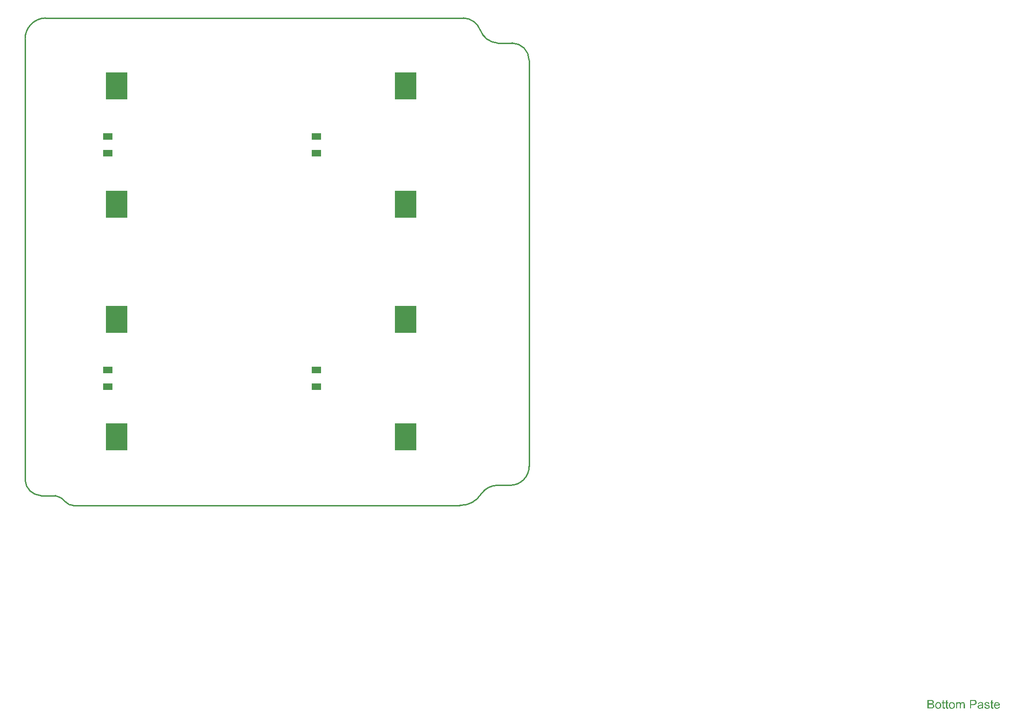
<source format=gbp>
G04*
G04 #@! TF.GenerationSoftware,Altium Limited,Altium Designer,18.1.7 (191)*
G04*
G04 Layer_Color=128*
%FSLAX25Y25*%
%MOIN*%
G70*
G01*
G75*
%ADD11C,0.01000*%
%ADD32R,0.07087X0.04528*%
%ADD33R,0.15748X0.19685*%
G36*
X673837Y-140876D02*
X673901D01*
X673965Y-140885D01*
X674120Y-140912D01*
X674284Y-140958D01*
X674457Y-141031D01*
X674630Y-141122D01*
X674775Y-141249D01*
X674794Y-141267D01*
X674830Y-141322D01*
X674894Y-141404D01*
X674921Y-141468D01*
X674958Y-141532D01*
X674994Y-141613D01*
X675021Y-141695D01*
X675058Y-141787D01*
X675085Y-141896D01*
X675103Y-142005D01*
X675122Y-142133D01*
X675140Y-142260D01*
Y-142406D01*
Y-145540D01*
X674365D01*
Y-142670D01*
Y-142661D01*
Y-142652D01*
Y-142597D01*
Y-142515D01*
X674356Y-142415D01*
X674347Y-142306D01*
X674338Y-142197D01*
X674320Y-142087D01*
X674293Y-142005D01*
Y-141996D01*
X674274Y-141969D01*
X674256Y-141932D01*
X674229Y-141887D01*
X674192Y-141832D01*
X674147Y-141778D01*
X674092Y-141723D01*
X674019Y-141668D01*
X674010Y-141659D01*
X673983Y-141650D01*
X673946Y-141632D01*
X673883Y-141604D01*
X673819Y-141577D01*
X673737Y-141559D01*
X673655Y-141550D01*
X673555Y-141541D01*
X673509D01*
X673473Y-141550D01*
X673382Y-141559D01*
X673272Y-141577D01*
X673145Y-141623D01*
X673008Y-141677D01*
X672871Y-141759D01*
X672744Y-141869D01*
X672735Y-141887D01*
X672698Y-141932D01*
X672644Y-142005D01*
X672589Y-142115D01*
X672525Y-142260D01*
X672480Y-142433D01*
X672443Y-142643D01*
X672425Y-142889D01*
Y-145540D01*
X671651D01*
Y-142579D01*
Y-142570D01*
Y-142552D01*
Y-142534D01*
Y-142497D01*
X671642Y-142397D01*
X671623Y-142288D01*
X671605Y-142160D01*
X671569Y-142033D01*
X671523Y-141914D01*
X671459Y-141805D01*
X671450Y-141796D01*
X671423Y-141759D01*
X671377Y-141723D01*
X671314Y-141668D01*
X671232Y-141623D01*
X671122Y-141577D01*
X670995Y-141550D01*
X670840Y-141541D01*
X670785D01*
X670721Y-141550D01*
X670649Y-141559D01*
X670557Y-141586D01*
X670448Y-141613D01*
X670348Y-141659D01*
X670239Y-141714D01*
X670229Y-141723D01*
X670193Y-141750D01*
X670148Y-141787D01*
X670084Y-141841D01*
X670020Y-141914D01*
X669956Y-142005D01*
X669892Y-142105D01*
X669838Y-142224D01*
X669829Y-142242D01*
X669820Y-142288D01*
X669801Y-142360D01*
X669774Y-142461D01*
X669747Y-142597D01*
X669729Y-142761D01*
X669719Y-142953D01*
X669710Y-143171D01*
Y-145540D01*
X668936D01*
Y-140967D01*
X669628D01*
Y-141623D01*
X669637Y-141604D01*
X669665Y-141568D01*
X669719Y-141504D01*
X669783Y-141431D01*
X669865Y-141340D01*
X669965Y-141249D01*
X670075Y-141158D01*
X670202Y-141076D01*
X670220Y-141067D01*
X670266Y-141040D01*
X670339Y-141012D01*
X670439Y-140967D01*
X670557Y-140930D01*
X670694Y-140903D01*
X670849Y-140876D01*
X671013Y-140866D01*
X671095D01*
X671195Y-140876D01*
X671305Y-140894D01*
X671441Y-140921D01*
X671578Y-140958D01*
X671714Y-141012D01*
X671842Y-141085D01*
X671860Y-141094D01*
X671897Y-141122D01*
X671951Y-141167D01*
X672024Y-141240D01*
X672097Y-141322D01*
X672179Y-141422D01*
X672252Y-141541D01*
X672307Y-141677D01*
X672316Y-141668D01*
X672334Y-141641D01*
X672361Y-141604D01*
X672407Y-141550D01*
X672462Y-141486D01*
X672525Y-141422D01*
X672598Y-141349D01*
X672689Y-141267D01*
X672789Y-141194D01*
X672890Y-141122D01*
X673008Y-141058D01*
X673136Y-140994D01*
X673272Y-140939D01*
X673418Y-140903D01*
X673564Y-140876D01*
X673728Y-140866D01*
X673792D01*
X673837Y-140876D01*
D02*
G37*
G36*
X691201D02*
X691337Y-140885D01*
X691483Y-140903D01*
X691638Y-140939D01*
X691802Y-140976D01*
X691957Y-141031D01*
X691966D01*
X691975Y-141040D01*
X692021Y-141058D01*
X692094Y-141094D01*
X692185Y-141140D01*
X692285Y-141204D01*
X692385Y-141276D01*
X692476Y-141358D01*
X692558Y-141449D01*
X692567Y-141459D01*
X692586Y-141495D01*
X692622Y-141559D01*
X692667Y-141632D01*
X692713Y-141741D01*
X692759Y-141859D01*
X692795Y-141996D01*
X692831Y-142151D01*
X692075Y-142251D01*
Y-142233D01*
X692066Y-142197D01*
X692048Y-142133D01*
X692021Y-142051D01*
X691975Y-141969D01*
X691920Y-141878D01*
X691857Y-141787D01*
X691765Y-141705D01*
X691756Y-141695D01*
X691720Y-141677D01*
X691665Y-141641D01*
X691583Y-141604D01*
X691492Y-141568D01*
X691374Y-141532D01*
X691228Y-141513D01*
X691073Y-141504D01*
X690982D01*
X690891Y-141513D01*
X690773Y-141522D01*
X690654Y-141550D01*
X690527Y-141577D01*
X690408Y-141623D01*
X690308Y-141686D01*
X690299Y-141695D01*
X690272Y-141714D01*
X690235Y-141750D01*
X690199Y-141805D01*
X690153Y-141859D01*
X690117Y-141932D01*
X690089Y-142014D01*
X690080Y-142096D01*
Y-142105D01*
Y-142124D01*
X690089Y-142151D01*
Y-142187D01*
X690117Y-142279D01*
X690171Y-142370D01*
X690180Y-142379D01*
X690190Y-142388D01*
X690208Y-142415D01*
X690244Y-142443D01*
X690281Y-142470D01*
X690335Y-142506D01*
X690399Y-142534D01*
X690472Y-142570D01*
X690481D01*
X690499Y-142579D01*
X690536Y-142588D01*
X690599Y-142616D01*
X690691Y-142643D01*
X690809Y-142670D01*
X690882Y-142698D01*
X690964Y-142716D01*
X691055Y-142743D01*
X691155Y-142771D01*
X691164D01*
X691192Y-142780D01*
X691237Y-142789D01*
X691292Y-142807D01*
X691356Y-142825D01*
X691438Y-142843D01*
X691611Y-142898D01*
X691802Y-142953D01*
X691993Y-143017D01*
X692166Y-143080D01*
X692239Y-143107D01*
X692303Y-143135D01*
X692321Y-143144D01*
X692358Y-143162D01*
X692412Y-143190D01*
X692494Y-143235D01*
X692576Y-143290D01*
X692658Y-143363D01*
X692740Y-143445D01*
X692813Y-143536D01*
X692822Y-143545D01*
X692840Y-143581D01*
X692877Y-143636D01*
X692913Y-143718D01*
X692941Y-143818D01*
X692977Y-143927D01*
X692995Y-144055D01*
X693005Y-144201D01*
Y-144219D01*
Y-144264D01*
X692995Y-144337D01*
X692977Y-144438D01*
X692950Y-144547D01*
X692904Y-144665D01*
X692850Y-144802D01*
X692777Y-144930D01*
X692768Y-144948D01*
X692731Y-144984D01*
X692686Y-145048D01*
X692613Y-145121D01*
X692513Y-145203D01*
X692403Y-145294D01*
X692276Y-145376D01*
X692121Y-145458D01*
X692112D01*
X692103Y-145467D01*
X692048Y-145485D01*
X691957Y-145513D01*
X691838Y-145549D01*
X691693Y-145586D01*
X691529Y-145613D01*
X691356Y-145631D01*
X691155Y-145640D01*
X691073D01*
X691009Y-145631D01*
X690937D01*
X690845Y-145622D01*
X690754Y-145613D01*
X690654Y-145595D01*
X690436Y-145549D01*
X690208Y-145485D01*
X689989Y-145394D01*
X689889Y-145340D01*
X689798Y-145276D01*
X689789Y-145267D01*
X689780Y-145257D01*
X689725Y-145203D01*
X689643Y-145121D01*
X689552Y-144993D01*
X689452Y-144838D01*
X689351Y-144656D01*
X689269Y-144429D01*
X689206Y-144173D01*
X689971Y-144055D01*
Y-144064D01*
Y-144073D01*
X689989Y-144128D01*
X690007Y-144219D01*
X690044Y-144319D01*
X690089Y-144429D01*
X690144Y-144547D01*
X690226Y-144665D01*
X690326Y-144766D01*
X690344Y-144775D01*
X690381Y-144802D01*
X690454Y-144838D01*
X690545Y-144884D01*
X690663Y-144930D01*
X690800Y-144966D01*
X690964Y-144993D01*
X691155Y-145002D01*
X691246D01*
X691337Y-144993D01*
X691456Y-144975D01*
X691583Y-144948D01*
X691720Y-144911D01*
X691838Y-144866D01*
X691948Y-144793D01*
X691957Y-144784D01*
X691993Y-144756D01*
X692030Y-144711D01*
X692084Y-144647D01*
X692130Y-144574D01*
X692175Y-144483D01*
X692203Y-144392D01*
X692212Y-144283D01*
Y-144274D01*
Y-144237D01*
X692203Y-144192D01*
X692185Y-144128D01*
X692157Y-144064D01*
X692112Y-144000D01*
X692057Y-143927D01*
X691975Y-143873D01*
X691966Y-143864D01*
X691939Y-143855D01*
X691893Y-143827D01*
X691820Y-143800D01*
X691711Y-143763D01*
X691647Y-143736D01*
X691574Y-143718D01*
X691492Y-143691D01*
X691401Y-143663D01*
X691301Y-143636D01*
X691183Y-143609D01*
X691173D01*
X691146Y-143599D01*
X691101Y-143590D01*
X691046Y-143572D01*
X690973Y-143554D01*
X690891Y-143527D01*
X690718Y-143481D01*
X690518Y-143417D01*
X690326Y-143363D01*
X690144Y-143299D01*
X690062Y-143262D01*
X689998Y-143235D01*
X689980Y-143226D01*
X689944Y-143208D01*
X689889Y-143171D01*
X689816Y-143126D01*
X689734Y-143062D01*
X689652Y-142989D01*
X689570Y-142907D01*
X689497Y-142807D01*
X689488Y-142798D01*
X689470Y-142761D01*
X689442Y-142698D01*
X689415Y-142625D01*
X689388Y-142534D01*
X689361Y-142424D01*
X689342Y-142315D01*
X689333Y-142187D01*
Y-142169D01*
Y-142133D01*
X689342Y-142078D01*
X689351Y-141996D01*
X689370Y-141914D01*
X689388Y-141814D01*
X689424Y-141723D01*
X689470Y-141623D01*
X689479Y-141613D01*
X689497Y-141577D01*
X689525Y-141532D01*
X689570Y-141468D01*
X689625Y-141404D01*
X689688Y-141322D01*
X689761Y-141249D01*
X689853Y-141185D01*
X689862Y-141176D01*
X689889Y-141167D01*
X689925Y-141140D01*
X689980Y-141112D01*
X690053Y-141076D01*
X690135Y-141040D01*
X690235Y-141003D01*
X690344Y-140967D01*
X690363Y-140958D01*
X690399Y-140948D01*
X690463Y-140930D01*
X690545Y-140912D01*
X690645Y-140894D01*
X690754Y-140885D01*
X690882Y-140866D01*
X691101D01*
X691201Y-140876D01*
D02*
G37*
G36*
X686746D02*
X686883Y-140885D01*
X687038Y-140903D01*
X687192Y-140930D01*
X687347Y-140967D01*
X687493Y-141012D01*
X687511Y-141021D01*
X687557Y-141040D01*
X687620Y-141067D01*
X687703Y-141103D01*
X687794Y-141158D01*
X687885Y-141213D01*
X687967Y-141286D01*
X688040Y-141358D01*
X688049Y-141367D01*
X688067Y-141395D01*
X688094Y-141440D01*
X688131Y-141495D01*
X688176Y-141577D01*
X688213Y-141659D01*
X688249Y-141759D01*
X688276Y-141878D01*
Y-141887D01*
X688285Y-141914D01*
X688295Y-141969D01*
X688304Y-142042D01*
Y-142142D01*
X688313Y-142260D01*
X688322Y-142415D01*
Y-142588D01*
Y-143627D01*
Y-143636D01*
Y-143672D01*
Y-143727D01*
Y-143800D01*
Y-143882D01*
Y-143982D01*
X688331Y-144201D01*
Y-144429D01*
X688340Y-144656D01*
X688349Y-144756D01*
Y-144848D01*
X688358Y-144930D01*
X688368Y-144993D01*
Y-145002D01*
X688377Y-145039D01*
X688386Y-145094D01*
X688413Y-145166D01*
X688431Y-145248D01*
X688468Y-145340D01*
X688513Y-145440D01*
X688559Y-145540D01*
X687748D01*
X687739Y-145531D01*
X687730Y-145494D01*
X687712Y-145449D01*
X687684Y-145376D01*
X687657Y-145294D01*
X687639Y-145194D01*
X687620Y-145084D01*
X687602Y-144966D01*
X687593D01*
X687584Y-144984D01*
X687529Y-145030D01*
X687447Y-145094D01*
X687338Y-145176D01*
X687201Y-145257D01*
X687065Y-145349D01*
X686919Y-145431D01*
X686764Y-145494D01*
X686746Y-145503D01*
X686691Y-145513D01*
X686609Y-145540D01*
X686509Y-145567D01*
X686381Y-145595D01*
X686236Y-145613D01*
X686072Y-145631D01*
X685908Y-145640D01*
X685835D01*
X685780Y-145631D01*
X685716D01*
X685644Y-145622D01*
X685480Y-145595D01*
X685297Y-145549D01*
X685097Y-145485D01*
X684915Y-145394D01*
X684751Y-145276D01*
X684733Y-145257D01*
X684687Y-145212D01*
X684623Y-145130D01*
X684550Y-145021D01*
X684478Y-144884D01*
X684414Y-144729D01*
X684368Y-144538D01*
X684359Y-144447D01*
X684350Y-144337D01*
Y-144319D01*
Y-144283D01*
X684359Y-144219D01*
X684368Y-144137D01*
X684386Y-144037D01*
X684414Y-143937D01*
X684450Y-143827D01*
X684496Y-143727D01*
X684505Y-143718D01*
X684523Y-143682D01*
X684559Y-143627D01*
X684605Y-143563D01*
X684660Y-143490D01*
X684733Y-143417D01*
X684805Y-143344D01*
X684897Y-143281D01*
X684906Y-143272D01*
X684942Y-143253D01*
X684988Y-143217D01*
X685061Y-143180D01*
X685143Y-143144D01*
X685243Y-143098D01*
X685343Y-143062D01*
X685461Y-143026D01*
X685470D01*
X685507Y-143017D01*
X685562Y-142998D01*
X685635Y-142989D01*
X685726Y-142971D01*
X685844Y-142953D01*
X685981Y-142925D01*
X686145Y-142907D01*
X686154D01*
X686190Y-142898D01*
X686236D01*
X686300Y-142889D01*
X686372Y-142880D01*
X686463Y-142862D01*
X686564Y-142852D01*
X686673Y-142834D01*
X686892Y-142789D01*
X687129Y-142743D01*
X687338Y-142689D01*
X687438Y-142661D01*
X687529Y-142634D01*
Y-142625D01*
Y-142606D01*
X687538Y-142552D01*
Y-142488D01*
Y-142452D01*
Y-142433D01*
Y-142424D01*
Y-142415D01*
Y-142360D01*
X687529Y-142269D01*
X687511Y-142169D01*
X687484Y-142060D01*
X687438Y-141951D01*
X687384Y-141850D01*
X687311Y-141768D01*
X687302Y-141759D01*
X687256Y-141723D01*
X687183Y-141686D01*
X687092Y-141632D01*
X686965Y-141586D01*
X686819Y-141541D01*
X686637Y-141513D01*
X686427Y-141504D01*
X686336D01*
X686245Y-141513D01*
X686117Y-141532D01*
X685990Y-141550D01*
X685853Y-141586D01*
X685726Y-141632D01*
X685616Y-141695D01*
X685607Y-141705D01*
X685571Y-141732D01*
X685525Y-141778D01*
X685470Y-141850D01*
X685416Y-141941D01*
X685352Y-142060D01*
X685297Y-142206D01*
X685243Y-142370D01*
X684487Y-142269D01*
Y-142260D01*
X684496Y-142251D01*
Y-142224D01*
X684505Y-142187D01*
X684532Y-142105D01*
X684569Y-141987D01*
X684614Y-141869D01*
X684669Y-141741D01*
X684742Y-141613D01*
X684824Y-141495D01*
X684833Y-141486D01*
X684869Y-141449D01*
X684924Y-141395D01*
X684997Y-141322D01*
X685097Y-141249D01*
X685216Y-141176D01*
X685352Y-141094D01*
X685507Y-141031D01*
X685516D01*
X685525Y-141021D01*
X685553Y-141012D01*
X685589Y-141003D01*
X685680Y-140976D01*
X685808Y-140948D01*
X685953Y-140921D01*
X686136Y-140894D01*
X686327Y-140876D01*
X686546Y-140866D01*
X686646D01*
X686746Y-140876D01*
D02*
G37*
G36*
X681562Y-139245D02*
X681717Y-139254D01*
X681881Y-139263D01*
X682036Y-139281D01*
X682173Y-139300D01*
X682191D01*
X682255Y-139318D01*
X682337Y-139336D01*
X682446Y-139363D01*
X682564Y-139409D01*
X682692Y-139464D01*
X682829Y-139527D01*
X682947Y-139600D01*
X682965Y-139609D01*
X683002Y-139637D01*
X683056Y-139691D01*
X683129Y-139755D01*
X683211Y-139837D01*
X683293Y-139946D01*
X683384Y-140065D01*
X683457Y-140201D01*
X683466Y-140220D01*
X683485Y-140265D01*
X683521Y-140347D01*
X683557Y-140456D01*
X683585Y-140584D01*
X683621Y-140730D01*
X683639Y-140894D01*
X683648Y-141067D01*
Y-141076D01*
Y-141103D01*
Y-141140D01*
X683639Y-141204D01*
X683630Y-141267D01*
X683621Y-141349D01*
X683603Y-141440D01*
X683585Y-141541D01*
X683521Y-141750D01*
X683485Y-141859D01*
X683430Y-141978D01*
X683366Y-142096D01*
X683302Y-142206D01*
X683220Y-142315D01*
X683129Y-142424D01*
X683120Y-142433D01*
X683102Y-142452D01*
X683075Y-142479D01*
X683029Y-142506D01*
X682974Y-142552D01*
X682901Y-142597D01*
X682810Y-142652D01*
X682710Y-142698D01*
X682592Y-142752D01*
X682455Y-142807D01*
X682309Y-142852D01*
X682136Y-142889D01*
X681954Y-142925D01*
X681754Y-142953D01*
X681526Y-142971D01*
X681289Y-142980D01*
X679677D01*
Y-145540D01*
X678838D01*
Y-139236D01*
X681426D01*
X681562Y-139245D01*
D02*
G37*
G36*
X650971D02*
X651044D01*
X651208Y-139263D01*
X651390Y-139281D01*
X651581Y-139318D01*
X651773Y-139363D01*
X651946Y-139427D01*
X651955D01*
X651964Y-139436D01*
X652019Y-139464D01*
X652101Y-139509D01*
X652192Y-139573D01*
X652301Y-139655D01*
X652420Y-139755D01*
X652529Y-139883D01*
X652629Y-140019D01*
X652638Y-140038D01*
X652665Y-140092D01*
X652711Y-140165D01*
X652757Y-140274D01*
X652802Y-140402D01*
X652848Y-140539D01*
X652875Y-140693D01*
X652884Y-140848D01*
Y-140866D01*
Y-140912D01*
X652875Y-140994D01*
X652857Y-141094D01*
X652829Y-141213D01*
X652784Y-141340D01*
X652729Y-141468D01*
X652656Y-141604D01*
X652647Y-141623D01*
X652620Y-141659D01*
X652565Y-141732D01*
X652492Y-141805D01*
X652401Y-141896D01*
X652292Y-141996D01*
X652155Y-142087D01*
X652000Y-142178D01*
X652009D01*
X652028Y-142187D01*
X652055Y-142197D01*
X652092Y-142215D01*
X652201Y-142251D01*
X652328Y-142315D01*
X652465Y-142397D01*
X652620Y-142497D01*
X652757Y-142616D01*
X652884Y-142761D01*
X652893Y-142780D01*
X652930Y-142834D01*
X652984Y-142916D01*
X653039Y-143026D01*
X653094Y-143171D01*
X653148Y-143326D01*
X653185Y-143508D01*
X653194Y-143709D01*
Y-143718D01*
Y-143727D01*
Y-143782D01*
X653185Y-143873D01*
X653166Y-143982D01*
X653148Y-144110D01*
X653112Y-144246D01*
X653066Y-144392D01*
X653003Y-144538D01*
X652993Y-144556D01*
X652966Y-144602D01*
X652930Y-144665D01*
X652875Y-144756D01*
X652802Y-144848D01*
X652729Y-144948D01*
X652638Y-145048D01*
X652538Y-145130D01*
X652529Y-145139D01*
X652492Y-145166D01*
X652429Y-145203D01*
X652347Y-145239D01*
X652246Y-145294D01*
X652128Y-145349D01*
X652000Y-145394D01*
X651846Y-145440D01*
X651827D01*
X651773Y-145458D01*
X651682Y-145467D01*
X651563Y-145485D01*
X651417Y-145503D01*
X651244Y-145522D01*
X651053Y-145531D01*
X650834Y-145540D01*
X648429D01*
Y-139236D01*
X650907D01*
X650971Y-139245D01*
D02*
G37*
G36*
X694827Y-140967D02*
X695610D01*
Y-141568D01*
X694827D01*
Y-144255D01*
Y-144274D01*
Y-144310D01*
Y-144365D01*
X694836Y-144429D01*
X694845Y-144574D01*
X694854Y-144638D01*
X694863Y-144684D01*
X694872Y-144702D01*
X694899Y-144738D01*
X694936Y-144784D01*
X695000Y-144829D01*
X695018Y-144838D01*
X695063Y-144857D01*
X695145Y-144875D01*
X695264Y-144884D01*
X695355D01*
X695400Y-144875D01*
X695464D01*
X695537Y-144866D01*
X695610Y-144857D01*
X695710Y-145540D01*
X695692D01*
X695655Y-145549D01*
X695592Y-145558D01*
X695510Y-145567D01*
X695419Y-145586D01*
X695319Y-145595D01*
X695118Y-145604D01*
X695045D01*
X694972Y-145595D01*
X694881Y-145586D01*
X694772Y-145576D01*
X694663Y-145549D01*
X694562Y-145522D01*
X694462Y-145476D01*
X694453Y-145467D01*
X694426Y-145449D01*
X694389Y-145422D01*
X694335Y-145376D01*
X694289Y-145330D01*
X694234Y-145267D01*
X694180Y-145203D01*
X694143Y-145121D01*
Y-145112D01*
X694125Y-145075D01*
X694116Y-145011D01*
X694098Y-144920D01*
X694079Y-144802D01*
X694070Y-144729D01*
Y-144647D01*
X694061Y-144547D01*
X694052Y-144447D01*
Y-144337D01*
Y-144210D01*
Y-141568D01*
X693478D01*
Y-140967D01*
X694052D01*
Y-139837D01*
X694827Y-139373D01*
Y-140967D01*
D02*
G37*
G36*
X662495D02*
X663279D01*
Y-141568D01*
X662495D01*
Y-144255D01*
Y-144274D01*
Y-144310D01*
Y-144365D01*
X662504Y-144429D01*
X662513Y-144574D01*
X662523Y-144638D01*
X662532Y-144684D01*
X662541Y-144702D01*
X662568Y-144738D01*
X662604Y-144784D01*
X662668Y-144829D01*
X662686Y-144838D01*
X662732Y-144857D01*
X662814Y-144875D01*
X662932Y-144884D01*
X663024D01*
X663069Y-144875D01*
X663133D01*
X663206Y-144866D01*
X663279Y-144857D01*
X663379Y-145540D01*
X663361D01*
X663324Y-145549D01*
X663260Y-145558D01*
X663178Y-145567D01*
X663087Y-145586D01*
X662987Y-145595D01*
X662787Y-145604D01*
X662714D01*
X662641Y-145595D01*
X662550Y-145586D01*
X662440Y-145576D01*
X662331Y-145549D01*
X662231Y-145522D01*
X662131Y-145476D01*
X662122Y-145467D01*
X662094Y-145449D01*
X662058Y-145422D01*
X662003Y-145376D01*
X661958Y-145330D01*
X661903Y-145267D01*
X661848Y-145203D01*
X661812Y-145121D01*
Y-145112D01*
X661794Y-145075D01*
X661785Y-145011D01*
X661766Y-144920D01*
X661748Y-144802D01*
X661739Y-144729D01*
Y-144647D01*
X661730Y-144547D01*
X661721Y-144447D01*
Y-144337D01*
Y-144210D01*
Y-141568D01*
X661147D01*
Y-140967D01*
X661721D01*
Y-139837D01*
X662495Y-139373D01*
Y-140967D01*
D02*
G37*
G36*
X660044D02*
X660828D01*
Y-141568D01*
X660044D01*
Y-144255D01*
Y-144274D01*
Y-144310D01*
Y-144365D01*
X660054Y-144429D01*
X660063Y-144574D01*
X660072Y-144638D01*
X660081Y-144684D01*
X660090Y-144702D01*
X660117Y-144738D01*
X660154Y-144784D01*
X660218Y-144829D01*
X660236Y-144838D01*
X660281Y-144857D01*
X660363Y-144875D01*
X660482Y-144884D01*
X660573D01*
X660618Y-144875D01*
X660682D01*
X660755Y-144866D01*
X660828Y-144857D01*
X660928Y-145540D01*
X660910D01*
X660874Y-145549D01*
X660810Y-145558D01*
X660728Y-145567D01*
X660637Y-145586D01*
X660536Y-145595D01*
X660336Y-145604D01*
X660263D01*
X660190Y-145595D01*
X660099Y-145586D01*
X659990Y-145576D01*
X659881Y-145549D01*
X659780Y-145522D01*
X659680Y-145476D01*
X659671Y-145467D01*
X659644Y-145449D01*
X659607Y-145422D01*
X659553Y-145376D01*
X659507Y-145330D01*
X659452Y-145267D01*
X659398Y-145203D01*
X659361Y-145121D01*
Y-145112D01*
X659343Y-145075D01*
X659334Y-145011D01*
X659316Y-144920D01*
X659298Y-144802D01*
X659288Y-144729D01*
Y-144647D01*
X659279Y-144547D01*
X659270Y-144447D01*
Y-144337D01*
Y-144210D01*
Y-141568D01*
X658696D01*
Y-140967D01*
X659270D01*
Y-139837D01*
X660044Y-139373D01*
Y-140967D01*
D02*
G37*
G36*
X698398Y-140876D02*
X698470Y-140885D01*
X698562Y-140903D01*
X698662Y-140921D01*
X698780Y-140948D01*
X698890Y-140976D01*
X699017Y-141021D01*
X699135Y-141067D01*
X699263Y-141131D01*
X699391Y-141204D01*
X699518Y-141286D01*
X699637Y-141386D01*
X699746Y-141495D01*
X699755Y-141504D01*
X699773Y-141522D01*
X699801Y-141559D01*
X699837Y-141613D01*
X699883Y-141677D01*
X699928Y-141750D01*
X699983Y-141841D01*
X700037Y-141951D01*
X700092Y-142069D01*
X700147Y-142197D01*
X700192Y-142342D01*
X700238Y-142497D01*
X700274Y-142670D01*
X700302Y-142852D01*
X700320Y-143044D01*
X700329Y-143253D01*
Y-143262D01*
Y-143299D01*
Y-143363D01*
X700320Y-143454D01*
X696904D01*
Y-143463D01*
Y-143490D01*
X696913Y-143527D01*
Y-143581D01*
X696922Y-143645D01*
X696940Y-143718D01*
X696967Y-143882D01*
X697022Y-144064D01*
X697095Y-144264D01*
X697195Y-144447D01*
X697323Y-144611D01*
X697332D01*
X697341Y-144629D01*
X697396Y-144675D01*
X697477Y-144738D01*
X697587Y-144802D01*
X697733Y-144875D01*
X697897Y-144939D01*
X698079Y-144984D01*
X698179Y-144993D01*
X698288Y-145002D01*
X698361D01*
X698443Y-144993D01*
X698543Y-144975D01*
X698653Y-144948D01*
X698780Y-144911D01*
X698899Y-144857D01*
X699017Y-144784D01*
X699026Y-144775D01*
X699072Y-144738D01*
X699126Y-144684D01*
X699190Y-144611D01*
X699263Y-144510D01*
X699345Y-144383D01*
X699427Y-144237D01*
X699500Y-144064D01*
X700302Y-144164D01*
Y-144173D01*
X700292Y-144192D01*
X700283Y-144228D01*
X700265Y-144283D01*
X700238Y-144337D01*
X700211Y-144410D01*
X700138Y-144565D01*
X700046Y-144738D01*
X699919Y-144920D01*
X699773Y-145094D01*
X699591Y-145257D01*
X699582D01*
X699564Y-145276D01*
X699536Y-145294D01*
X699500Y-145321D01*
X699445Y-145349D01*
X699391Y-145376D01*
X699318Y-145412D01*
X699236Y-145449D01*
X699145Y-145485D01*
X699053Y-145522D01*
X698826Y-145576D01*
X698571Y-145622D01*
X698288Y-145640D01*
X698188D01*
X698124Y-145631D01*
X698042Y-145622D01*
X697942Y-145604D01*
X697833Y-145586D01*
X697714Y-145567D01*
X697459Y-145494D01*
X697323Y-145440D01*
X697195Y-145385D01*
X697058Y-145312D01*
X696931Y-145230D01*
X696812Y-145139D01*
X696694Y-145030D01*
X696685Y-145021D01*
X696667Y-145002D01*
X696639Y-144966D01*
X696603Y-144911D01*
X696557Y-144848D01*
X696512Y-144775D01*
X696457Y-144684D01*
X696403Y-144583D01*
X696348Y-144465D01*
X696293Y-144337D01*
X696248Y-144192D01*
X696202Y-144037D01*
X696166Y-143873D01*
X696138Y-143691D01*
X696120Y-143499D01*
X696111Y-143299D01*
Y-143290D01*
Y-143244D01*
Y-143190D01*
X696120Y-143107D01*
X696129Y-143007D01*
X696138Y-142898D01*
X696157Y-142771D01*
X696184Y-142643D01*
X696257Y-142351D01*
X696302Y-142206D01*
X696357Y-142051D01*
X696430Y-141905D01*
X696512Y-141768D01*
X696603Y-141632D01*
X696703Y-141504D01*
X696712Y-141495D01*
X696731Y-141477D01*
X696767Y-141449D01*
X696812Y-141404D01*
X696867Y-141358D01*
X696940Y-141304D01*
X697022Y-141240D01*
X697122Y-141185D01*
X697222Y-141122D01*
X697341Y-141067D01*
X697468Y-141012D01*
X697605Y-140967D01*
X697751Y-140921D01*
X697906Y-140894D01*
X698070Y-140876D01*
X698243Y-140866D01*
X698334D01*
X698398Y-140876D01*
D02*
G37*
G36*
X666048D02*
X666130Y-140885D01*
X666221Y-140903D01*
X666321Y-140921D01*
X666440Y-140939D01*
X666686Y-141021D01*
X666813Y-141067D01*
X666941Y-141131D01*
X667068Y-141194D01*
X667196Y-141286D01*
X667314Y-141377D01*
X667433Y-141486D01*
X667442Y-141495D01*
X667460Y-141513D01*
X667487Y-141550D01*
X667524Y-141595D01*
X667569Y-141659D01*
X667624Y-141741D01*
X667679Y-141832D01*
X667733Y-141932D01*
X667788Y-142042D01*
X667843Y-142178D01*
X667897Y-142315D01*
X667943Y-142470D01*
X667979Y-142634D01*
X668007Y-142807D01*
X668025Y-142989D01*
X668034Y-143190D01*
Y-143199D01*
Y-143226D01*
Y-143272D01*
Y-143335D01*
X668025Y-143408D01*
X668016Y-143499D01*
Y-143590D01*
X667998Y-143691D01*
X667970Y-143918D01*
X667916Y-144146D01*
X667852Y-144374D01*
X667761Y-144583D01*
Y-144592D01*
X667752Y-144602D01*
X667733Y-144629D01*
X667715Y-144665D01*
X667651Y-144756D01*
X667569Y-144866D01*
X667460Y-144993D01*
X667323Y-145121D01*
X667169Y-145248D01*
X666986Y-145367D01*
X666977D01*
X666968Y-145376D01*
X666941Y-145394D01*
X666895Y-145412D01*
X666850Y-145431D01*
X666795Y-145449D01*
X666658Y-145503D01*
X666503Y-145549D01*
X666312Y-145595D01*
X666112Y-145631D01*
X665893Y-145640D01*
X665802D01*
X665729Y-145631D01*
X665647Y-145622D01*
X665556Y-145604D01*
X665447Y-145586D01*
X665337Y-145567D01*
X665092Y-145494D01*
X664955Y-145440D01*
X664827Y-145385D01*
X664700Y-145312D01*
X664572Y-145230D01*
X664454Y-145139D01*
X664335Y-145030D01*
X664326Y-145021D01*
X664308Y-145002D01*
X664281Y-144966D01*
X664244Y-144911D01*
X664199Y-144848D01*
X664153Y-144775D01*
X664099Y-144684D01*
X664044Y-144574D01*
X663989Y-144456D01*
X663935Y-144319D01*
X663889Y-144173D01*
X663843Y-144019D01*
X663807Y-143845D01*
X663780Y-143663D01*
X663761Y-143463D01*
X663752Y-143253D01*
Y-143235D01*
Y-143199D01*
X663761Y-143135D01*
Y-143044D01*
X663770Y-142944D01*
X663789Y-142816D01*
X663807Y-142689D01*
X663843Y-142543D01*
X663880Y-142397D01*
X663925Y-142242D01*
X663980Y-142078D01*
X664053Y-141923D01*
X664126Y-141778D01*
X664226Y-141632D01*
X664326Y-141495D01*
X664454Y-141377D01*
X664463Y-141367D01*
X664481Y-141358D01*
X664517Y-141331D01*
X664563Y-141295D01*
X664618Y-141258D01*
X664691Y-141213D01*
X664763Y-141167D01*
X664855Y-141122D01*
X664955Y-141076D01*
X665064Y-141031D01*
X665310Y-140948D01*
X665592Y-140885D01*
X665738Y-140876D01*
X665893Y-140866D01*
X665984D01*
X666048Y-140876D01*
D02*
G37*
G36*
X656246D02*
X656328Y-140885D01*
X656419Y-140903D01*
X656519Y-140921D01*
X656637Y-140939D01*
X656883Y-141021D01*
X657011Y-141067D01*
X657138Y-141131D01*
X657266Y-141194D01*
X657394Y-141286D01*
X657512Y-141377D01*
X657630Y-141486D01*
X657640Y-141495D01*
X657658Y-141513D01*
X657685Y-141550D01*
X657722Y-141595D01*
X657767Y-141659D01*
X657822Y-141741D01*
X657876Y-141832D01*
X657931Y-141932D01*
X657986Y-142042D01*
X658040Y-142178D01*
X658095Y-142315D01*
X658141Y-142470D01*
X658177Y-142634D01*
X658204Y-142807D01*
X658222Y-142989D01*
X658232Y-143190D01*
Y-143199D01*
Y-143226D01*
Y-143272D01*
Y-143335D01*
X658222Y-143408D01*
X658213Y-143499D01*
Y-143590D01*
X658195Y-143691D01*
X658168Y-143918D01*
X658113Y-144146D01*
X658049Y-144374D01*
X657958Y-144583D01*
Y-144592D01*
X657949Y-144602D01*
X657931Y-144629D01*
X657913Y-144665D01*
X657849Y-144756D01*
X657767Y-144866D01*
X657658Y-144993D01*
X657521Y-145121D01*
X657366Y-145248D01*
X657184Y-145367D01*
X657175D01*
X657166Y-145376D01*
X657138Y-145394D01*
X657093Y-145412D01*
X657047Y-145431D01*
X656993Y-145449D01*
X656856Y-145503D01*
X656701Y-145549D01*
X656510Y-145595D01*
X656309Y-145631D01*
X656091Y-145640D01*
X656000D01*
X655927Y-145631D01*
X655845Y-145622D01*
X655754Y-145604D01*
X655644Y-145586D01*
X655535Y-145567D01*
X655289Y-145494D01*
X655153Y-145440D01*
X655025Y-145385D01*
X654897Y-145312D01*
X654770Y-145230D01*
X654651Y-145139D01*
X654533Y-145030D01*
X654524Y-145021D01*
X654506Y-145002D01*
X654478Y-144966D01*
X654442Y-144911D01*
X654396Y-144848D01*
X654351Y-144775D01*
X654296Y-144684D01*
X654242Y-144574D01*
X654187Y-144456D01*
X654132Y-144319D01*
X654087Y-144173D01*
X654041Y-144019D01*
X654005Y-143845D01*
X653977Y-143663D01*
X653959Y-143463D01*
X653950Y-143253D01*
Y-143235D01*
Y-143199D01*
X653959Y-143135D01*
Y-143044D01*
X653968Y-142944D01*
X653986Y-142816D01*
X654005Y-142689D01*
X654041Y-142543D01*
X654077Y-142397D01*
X654123Y-142242D01*
X654178Y-142078D01*
X654251Y-141923D01*
X654323Y-141778D01*
X654424Y-141632D01*
X654524Y-141495D01*
X654651Y-141377D01*
X654661Y-141367D01*
X654679Y-141358D01*
X654715Y-141331D01*
X654761Y-141295D01*
X654815Y-141258D01*
X654888Y-141213D01*
X654961Y-141167D01*
X655052Y-141122D01*
X655153Y-141076D01*
X655262Y-141031D01*
X655508Y-140948D01*
X655790Y-140885D01*
X655936Y-140876D01*
X656091Y-140866D01*
X656182D01*
X656246Y-140876D01*
D02*
G37*
%LPC*%
G36*
X687538Y-143244D02*
X687529D01*
X687520Y-143253D01*
X687493Y-143262D01*
X687457Y-143272D01*
X687411Y-143290D01*
X687356Y-143308D01*
X687292Y-143326D01*
X687220Y-143344D01*
X687138Y-143372D01*
X687038Y-143390D01*
X686937Y-143417D01*
X686819Y-143445D01*
X686691Y-143472D01*
X686564Y-143499D01*
X686418Y-143517D01*
X686263Y-143545D01*
X686245D01*
X686190Y-143554D01*
X686099Y-143572D01*
X685999Y-143590D01*
X685890Y-143609D01*
X685780Y-143636D01*
X685680Y-143663D01*
X685589Y-143700D01*
X685580D01*
X685553Y-143718D01*
X685516Y-143736D01*
X685480Y-143763D01*
X685370Y-143836D01*
X685279Y-143946D01*
Y-143955D01*
X685261Y-143973D01*
X685252Y-144009D01*
X685234Y-144055D01*
X685216Y-144110D01*
X685197Y-144164D01*
X685188Y-144237D01*
X685179Y-144310D01*
Y-144319D01*
Y-144365D01*
X685188Y-144419D01*
X685206Y-144492D01*
X685234Y-144574D01*
X685279Y-144656D01*
X685334Y-144747D01*
X685407Y-144829D01*
X685416Y-144838D01*
X685452Y-144857D01*
X685507Y-144893D01*
X685580Y-144930D01*
X685680Y-144966D01*
X685799Y-145002D01*
X685935Y-145021D01*
X686099Y-145030D01*
X686172D01*
X686263Y-145021D01*
X686363Y-145002D01*
X686491Y-144984D01*
X686618Y-144948D01*
X686755Y-144902D01*
X686892Y-144838D01*
X686910Y-144829D01*
X686946Y-144802D01*
X687010Y-144756D01*
X687083Y-144693D01*
X687165Y-144620D01*
X687256Y-144529D01*
X687329Y-144419D01*
X687402Y-144301D01*
X687411Y-144292D01*
X687420Y-144255D01*
X687438Y-144192D01*
X687466Y-144110D01*
X687493Y-144000D01*
X687511Y-143873D01*
X687520Y-143718D01*
X687529Y-143536D01*
X687538Y-143244D01*
D02*
G37*
G36*
X681480Y-139983D02*
X679677D01*
Y-142233D01*
X681371D01*
X681435Y-142224D01*
X681499D01*
X681571Y-142215D01*
X681744Y-142197D01*
X681936Y-142160D01*
X682127Y-142105D01*
X682300Y-142033D01*
X682382Y-141987D01*
X682446Y-141932D01*
X682464Y-141914D01*
X682501Y-141878D01*
X682555Y-141805D01*
X682619Y-141714D01*
X682683Y-141595D01*
X682737Y-141449D01*
X682774Y-141286D01*
X682792Y-141094D01*
Y-141085D01*
Y-141076D01*
Y-141031D01*
X682783Y-140948D01*
X682765Y-140857D01*
X682747Y-140757D01*
X682710Y-140639D01*
X682656Y-140529D01*
X682592Y-140420D01*
X682583Y-140411D01*
X682555Y-140375D01*
X682510Y-140329D01*
X682455Y-140265D01*
X682373Y-140201D01*
X682282Y-140147D01*
X682182Y-140092D01*
X682063Y-140047D01*
X682054D01*
X682018Y-140038D01*
X681963Y-140028D01*
X681890Y-140010D01*
X681781Y-140001D01*
X681644Y-139992D01*
X681480Y-139983D01*
D02*
G37*
G36*
X650761D02*
X649267D01*
Y-141878D01*
X650816D01*
X650935Y-141869D01*
X651062Y-141859D01*
X651190Y-141850D01*
X651317Y-141832D01*
X651417Y-141814D01*
X651436Y-141805D01*
X651472Y-141796D01*
X651527Y-141768D01*
X651600Y-141732D01*
X651672Y-141695D01*
X651754Y-141641D01*
X651836Y-141568D01*
X651900Y-141495D01*
X651909Y-141486D01*
X651928Y-141459D01*
X651955Y-141404D01*
X651982Y-141340D01*
X652009Y-141267D01*
X652037Y-141176D01*
X652055Y-141067D01*
X652064Y-140948D01*
Y-140930D01*
Y-140894D01*
X652055Y-140839D01*
X652046Y-140766D01*
X652028Y-140675D01*
X652000Y-140584D01*
X651964Y-140493D01*
X651909Y-140402D01*
X651900Y-140393D01*
X651882Y-140365D01*
X651846Y-140320D01*
X651800Y-140274D01*
X651736Y-140220D01*
X651663Y-140165D01*
X651572Y-140110D01*
X651472Y-140074D01*
X651463D01*
X651417Y-140056D01*
X651354Y-140047D01*
X651253Y-140028D01*
X651117Y-140010D01*
X650962Y-140001D01*
X650761Y-139983D01*
D02*
G37*
G36*
X650925Y-142625D02*
X649267D01*
Y-144793D01*
X651062D01*
X651253Y-144784D01*
X651335Y-144775D01*
X651408Y-144766D01*
X651417D01*
X651454Y-144756D01*
X651509Y-144747D01*
X651572Y-144729D01*
X651727Y-144675D01*
X651882Y-144602D01*
X651891Y-144592D01*
X651918Y-144574D01*
X651955Y-144547D01*
X652000Y-144510D01*
X652046Y-144456D01*
X652110Y-144401D01*
X652155Y-144328D01*
X652210Y-144246D01*
X652219Y-144237D01*
X652228Y-144210D01*
X652246Y-144155D01*
X652274Y-144091D01*
X652301Y-144019D01*
X652319Y-143927D01*
X652328Y-143818D01*
X652338Y-143709D01*
Y-143691D01*
Y-143654D01*
X652328Y-143581D01*
X652310Y-143499D01*
X652292Y-143408D01*
X652255Y-143308D01*
X652210Y-143208D01*
X652146Y-143107D01*
X652137Y-143098D01*
X652110Y-143062D01*
X652073Y-143017D01*
X652019Y-142962D01*
X651946Y-142898D01*
X651855Y-142834D01*
X651754Y-142780D01*
X651636Y-142734D01*
X651618Y-142725D01*
X651581Y-142716D01*
X651499Y-142698D01*
X651399Y-142679D01*
X651272Y-142661D01*
X651117Y-142643D01*
X650925Y-142625D01*
D02*
G37*
G36*
X698252Y-141504D02*
X698197D01*
X698161Y-141513D01*
X698061Y-141522D01*
X697942Y-141550D01*
X697796Y-141595D01*
X697642Y-141659D01*
X697496Y-141750D01*
X697350Y-141869D01*
X697332Y-141887D01*
X697295Y-141932D01*
X697231Y-142014D01*
X697168Y-142124D01*
X697095Y-142251D01*
X697031Y-142415D01*
X696977Y-142606D01*
X696949Y-142816D01*
X699509D01*
Y-142807D01*
Y-142789D01*
X699500Y-142761D01*
Y-142725D01*
X699482Y-142616D01*
X699454Y-142497D01*
X699409Y-142351D01*
X699363Y-142215D01*
X699290Y-142078D01*
X699208Y-141960D01*
Y-141951D01*
X699190Y-141941D01*
X699145Y-141887D01*
X699063Y-141814D01*
X698953Y-141732D01*
X698817Y-141650D01*
X698653Y-141577D01*
X698461Y-141522D01*
X698361Y-141513D01*
X698252Y-141504D01*
D02*
G37*
G36*
X665893D02*
X665838D01*
X665793Y-141513D01*
X665693Y-141522D01*
X665556Y-141559D01*
X665401Y-141613D01*
X665237Y-141686D01*
X665082Y-141796D01*
X665000Y-141869D01*
X664927Y-141941D01*
Y-141951D01*
X664909Y-141960D01*
X664891Y-141987D01*
X664864Y-142024D01*
X664836Y-142069D01*
X664809Y-142124D01*
X664773Y-142197D01*
X664736Y-142269D01*
X664700Y-142360D01*
X664663Y-142452D01*
X664636Y-142561D01*
X664609Y-142679D01*
X664581Y-142807D01*
X664563Y-142944D01*
X664554Y-143098D01*
X664545Y-143253D01*
Y-143262D01*
Y-143290D01*
Y-143335D01*
X664554Y-143399D01*
Y-143472D01*
X664563Y-143554D01*
X664590Y-143745D01*
X664636Y-143964D01*
X664709Y-144183D01*
X664800Y-144392D01*
X664864Y-144483D01*
X664927Y-144574D01*
X664937D01*
X664946Y-144592D01*
X665000Y-144638D01*
X665082Y-144711D01*
X665192Y-144784D01*
X665328Y-144866D01*
X665492Y-144939D01*
X665684Y-144984D01*
X665784Y-144993D01*
X665893Y-145002D01*
X665948D01*
X665993Y-144993D01*
X666094Y-144975D01*
X666230Y-144948D01*
X666376Y-144893D01*
X666540Y-144820D01*
X666695Y-144711D01*
X666777Y-144638D01*
X666850Y-144565D01*
X666859Y-144556D01*
X666868Y-144547D01*
X666886Y-144520D01*
X666914Y-144483D01*
X666941Y-144438D01*
X666977Y-144383D01*
X667014Y-144310D01*
X667050Y-144237D01*
X667087Y-144146D01*
X667114Y-144046D01*
X667150Y-143937D01*
X667178Y-143818D01*
X667205Y-143682D01*
X667223Y-143545D01*
X667241Y-143390D01*
Y-143226D01*
Y-143217D01*
Y-143190D01*
Y-143144D01*
X667232Y-143089D01*
Y-143017D01*
X667223Y-142935D01*
X667196Y-142743D01*
X667150Y-142543D01*
X667077Y-142324D01*
X666977Y-142124D01*
X666923Y-142024D01*
X666850Y-141941D01*
Y-141932D01*
X666831Y-141923D01*
X666777Y-141869D01*
X666695Y-141805D01*
X666585Y-141723D01*
X666449Y-141641D01*
X666285Y-141568D01*
X666103Y-141522D01*
X666003Y-141513D01*
X665893Y-141504D01*
D02*
G37*
G36*
X656091D02*
X656036D01*
X655991Y-141513D01*
X655890Y-141522D01*
X655754Y-141559D01*
X655599Y-141613D01*
X655435Y-141686D01*
X655280Y-141796D01*
X655198Y-141869D01*
X655125Y-141941D01*
Y-141951D01*
X655107Y-141960D01*
X655089Y-141987D01*
X655061Y-142024D01*
X655034Y-142069D01*
X655007Y-142124D01*
X654970Y-142197D01*
X654934Y-142269D01*
X654897Y-142360D01*
X654861Y-142452D01*
X654834Y-142561D01*
X654806Y-142679D01*
X654779Y-142807D01*
X654761Y-142944D01*
X654752Y-143098D01*
X654742Y-143253D01*
Y-143262D01*
Y-143290D01*
Y-143335D01*
X654752Y-143399D01*
Y-143472D01*
X654761Y-143554D01*
X654788Y-143745D01*
X654834Y-143964D01*
X654907Y-144183D01*
X654998Y-144392D01*
X655061Y-144483D01*
X655125Y-144574D01*
X655134D01*
X655143Y-144592D01*
X655198Y-144638D01*
X655280Y-144711D01*
X655389Y-144784D01*
X655526Y-144866D01*
X655690Y-144939D01*
X655881Y-144984D01*
X655981Y-144993D01*
X656091Y-145002D01*
X656145D01*
X656191Y-144993D01*
X656291Y-144975D01*
X656428Y-144948D01*
X656574Y-144893D01*
X656738Y-144820D01*
X656892Y-144711D01*
X656975Y-144638D01*
X657047Y-144565D01*
X657057Y-144556D01*
X657066Y-144547D01*
X657084Y-144520D01*
X657111Y-144483D01*
X657138Y-144438D01*
X657175Y-144383D01*
X657211Y-144310D01*
X657248Y-144237D01*
X657284Y-144146D01*
X657311Y-144046D01*
X657348Y-143937D01*
X657375Y-143818D01*
X657403Y-143682D01*
X657421Y-143545D01*
X657439Y-143390D01*
Y-143226D01*
Y-143217D01*
Y-143190D01*
Y-143144D01*
X657430Y-143089D01*
Y-143017D01*
X657421Y-142935D01*
X657394Y-142743D01*
X657348Y-142543D01*
X657275Y-142324D01*
X657175Y-142124D01*
X657120Y-142024D01*
X657047Y-141941D01*
Y-141932D01*
X657029Y-141923D01*
X656975Y-141869D01*
X656892Y-141805D01*
X656783Y-141723D01*
X656646Y-141641D01*
X656483Y-141568D01*
X656300Y-141522D01*
X656200Y-141513D01*
X656091Y-141504D01*
D02*
G37*
%LPD*%
D11*
X969Y18503D02*
G03*
X12247Y7419I11796J722D01*
G01*
X30208Y2724D02*
G03*
X22454Y7419I-10086J-7908D01*
G01*
X30208Y2724D02*
G03*
X35418Y400I4950J4095D01*
G01*
X312896Y400D02*
G03*
X328213Y8621I575J17307D01*
G01*
X349172Y14828D02*
G03*
X362560Y28425I-102J13490D01*
G01*
X340364Y14828D02*
G03*
X328213Y8621I-253J-14503D01*
G01*
X362560Y320083D02*
G03*
X350339Y332378I-12330J-35D01*
G01*
X327504Y341810D02*
G03*
X339828Y332400I13326J4677D01*
G01*
X327504Y341692D02*
G03*
X315654Y350354I-12571J-4763D01*
G01*
X15378D02*
G03*
X974Y335477I609J-15002D01*
G01*
X12247Y7419D02*
X22454D01*
X35418Y400D02*
X312896Y400D01*
X340111Y14828D02*
X349172D01*
X362560Y28425D02*
X362560Y320083D01*
X339828Y332400D02*
X350230D01*
X17504Y350354D02*
X315654D01*
X15378D02*
X17504D01*
X969Y18503D02*
Y335352D01*
D32*
X209842Y253327D02*
D03*
Y265138D02*
D03*
Y97500D02*
D03*
Y85689D02*
D03*
X60311Y253323D02*
D03*
Y265134D02*
D03*
Y97516D02*
D03*
Y85705D02*
D03*
D33*
X273854Y134087D02*
D03*
X66610D02*
D03*
X273854Y216661D02*
D03*
X66610D02*
D03*
X66610Y301638D02*
D03*
X273854D02*
D03*
X66610Y49677D02*
D03*
X273854D02*
D03*
M02*

</source>
